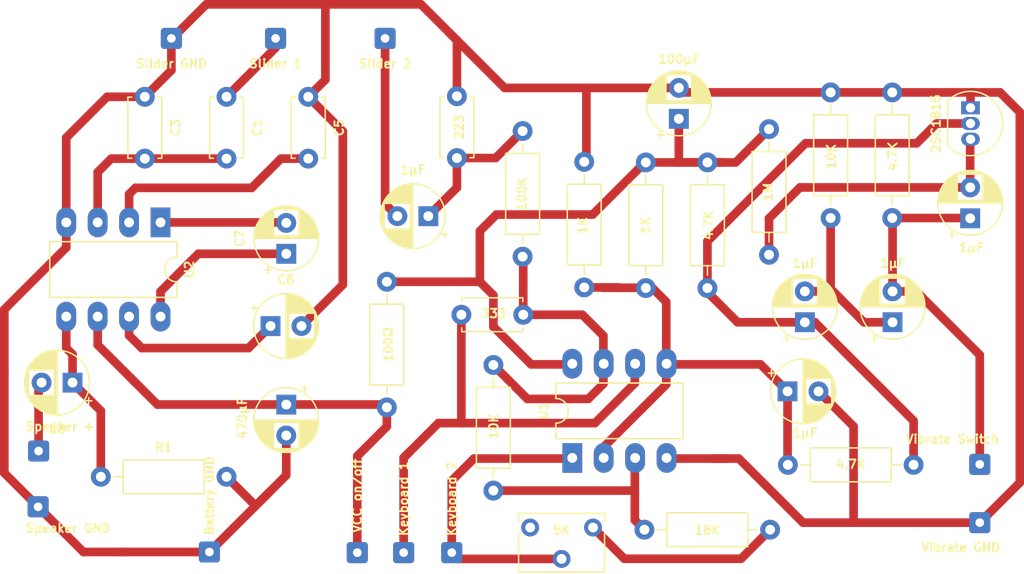
<source format=kicad_pcb>
(kicad_pcb (version 20171130) (host pcbnew "(5.1.10-1-10_14)")
  (layers (0 F.Cu signal) (31 B.Cu signal) (34 B.Paste user) (35 F.Paste user) (36 B.SilkS user) (37 F.SilkS user) (38 B.Mask user) (39 F.Mask user) (44 Edge.Cuts user))
  (net 0 "")
  (net 1 "Net-(C1-Pad2)")
  (net 2 GND)
  (net 3 VCC)
  (net 4 W)
  (net 5 O)
  (net 6 "Net-(C6-Pad1)")
  (net 7 "Net-(C7-Pad1)")
  (net 8 "Net-(C10-Pad1)")
  (net 9 G)
  (net 10 "Net-(C11-Pad1)")
  (net 11 "Net-(C13-Pad2)")
  (net 12 V)
  (net 13 Y)
  (net 14 "Net-(C14-Pad1)")
  (net 15 "Net-(C15-Pad1)")
  (net 16 "Net-(C16-Pad1)")
  (net 17 "Net-(C17-Pad1)")
  (net 18 P)
  (net 19 "Net-(R11-Pad1)")
  (net 20 "Net-(R12-Pad1)")
  (net 21 "Net-(C5-Pad2)")
  (net 22 "Net-(C7-Pad2)")
  (net 23 "Net-(C8-Pad1)")
  (module Package_DIP:DIP-8_W7.62mm_LongPads (layer F.Cu) (at 168.656 85.09 270)
    (fp_text reference U2 (at 3.81 -2.33 90) (layer F.SilkS) (effects (font (size 0.7 0.7))))
    (fp_text value LM386)
    (pad 8 thru_hole oval (at 7.62 0 270) (size 2.4 1.6) (drill 0.8) (layers *.Cu *.Mask) (net 7 "Net-(C7-Pad1)"))
    (pad 4 thru_hole oval (at 0 7.62 270) (size 2.4 1.6) (drill 0.8) (layers *.Cu *.Mask) (net 2 GND))
    (pad 7 thru_hole oval (at 7.62 2.54 270) (size 2.4 1.6) (drill 0.8) (layers *.Cu *.Mask) (net 6 "Net-(C6-Pad1)"))
    (pad 3 thru_hole oval (at 0 5.08 270) (size 2.4 1.6) (drill 0.8) (layers *.Cu *.Mask) (net 1 "Net-(C1-Pad2)"))
    (pad 6 thru_hole oval (at 7.62 5.08 270) (size 2.4 1.6) (drill 0.8) (layers *.Cu *.Mask) (net 3 VCC))
    (pad 2 thru_hole oval (at 0 2.54 270) (size 2.4 1.6) (drill 0.8) (layers *.Cu *.Mask) (net 21 "Net-(C5-Pad2)"))
    (pad 5 thru_hole oval (at 7.62 7.62 270) (size 2.4 1.6) (drill 0.8) (layers *.Cu *.Mask) (net 23 "Net-(C8-Pad1)"))
    (pad 1 thru_hole rect (at 0 0 270) (size 2.4 1.6) (drill 0.8) (layers *.Cu *.Mask) (net 22 "Net-(C7-Pad2)"))
  )
  (module Resistor_THT:R_Axial_DIN0207_L6.3mm_D2.5mm_P10.16mm_Horizontal (layer F.Cu) (at 163.83 105.664)
    (fp_text reference R1 (at 5.08 -2.37) (layer F.SilkS) (effects (font (size 0.7 0.7))))
    (fp_text value 100Ω)
    (pad 2 thru_hole oval (at 10.16 0) (size 1.6 1.6) (drill 0.8) (layers *.Cu *.Mask) (net 2 GND))
    (pad 1 thru_hole circle (at 0 0) (size 1.6 1.6) (drill 0.8) (layers *.Cu *.Mask) (net 23 "Net-(C8-Pad1)"))
  )
  (module Capacitor_THT:CP_Radial_D5.0mm_P2.50mm (layer F.Cu) (at 161.544 98.044 180)
    (fp_text reference C8 (at 1.25 -3.75) (layer F.SilkS) (effects (font (size 0.7 0.7))))
    (fp_text value 470µF)
    (pad 2 thru_hole circle (at 2.5 0 180) (size 1.6 1.6) (drill 0.8) (layers *.Cu *.Mask) (net 4 W))
    (pad 1 thru_hole rect (at 0 0 180) (size 1.6 1.6) (drill 0.8) (layers *.Cu *.Mask) (net 23 "Net-(C8-Pad1)"))
  )
  (module Capacitor_THT:CP_Radial_D5.0mm_P2.50mm (layer F.Cu) (at 178.816 87.63 90)
    (fp_text reference C7 (at 1.25 -3.75 90) (layer F.SilkS) (effects (font (size 0.7 0.7))))
    (fp_text value 10µF)
    (pad 2 thru_hole circle (at 2.5 0 90) (size 1.6 1.6) (drill 0.8) (layers *.Cu *.Mask) (net 22 "Net-(C7-Pad2)"))
    (pad 1 thru_hole rect (at 0 0 90) (size 1.6 1.6) (drill 0.8) (layers *.Cu *.Mask) (net 7 "Net-(C7-Pad1)"))
  )
  (module Capacitor_THT:CP_Radial_D5.0mm_P2.50mm (layer F.Cu) (at 177.546 93.472)
    (fp_text reference C6 (at 1.25 -3.75) (layer F.SilkS) (effects (font (size 0.7 0.7))))
    (fp_text value 10µF)
    (pad 2 thru_hole circle (at 2.5 0) (size 1.6 1.6) (drill 0.8) (layers *.Cu *.Mask) (net 2 GND))
    (pad 1 thru_hole rect (at 0 0) (size 1.6 1.6) (drill 0.8) (layers *.Cu *.Mask) (net 6 "Net-(C6-Pad1)"))
  )
  (module Capacitor_THT:C_Disc_D4.7mm_W2.5mm_P5.00mm (layer F.Cu) (at 180.594 74.93 270)
    (fp_text reference C5 (at 2.5 -2.5 90) (layer F.SilkS) (effects (font (size 0.7 0.7))))
    (fp_text value 0.27µF)
    (pad 2 thru_hole circle (at 5 0 270) (size 1.6 1.6) (drill 0.8) (layers *.Cu *.Mask) (net 21 "Net-(C5-Pad2)"))
    (pad 1 thru_hole circle (at 0 0 270) (size 1.6 1.6) (drill 0.8) (layers *.Cu *.Mask) (net 2 GND))
  )
  (module Capacitor_THT:C_Disc_D4.7mm_W2.5mm_P5.00mm (layer F.Cu) (at 167.386 74.93 270)
    (fp_text reference C3 (at 2.5 -2.5 90) (layer F.SilkS) (effects (font (size 0.7 0.7))))
    (fp_text value 47pF)
    (pad 2 thru_hole circle (at 5 0 270) (size 1.6 1.6) (drill 0.8) (layers *.Cu *.Mask) (net 1 "Net-(C1-Pad2)"))
    (pad 1 thru_hole circle (at 0 0 270) (size 1.6 1.6) (drill 0.8) (layers *.Cu *.Mask) (net 2 GND))
  )
  (module Capacitor_THT:C_Disc_D4.7mm_W2.5mm_P5.00mm (layer F.Cu) (at 173.99 74.93 270)
    (fp_text reference C1 (at 2.5 -2.5 90) (layer F.SilkS) (effects (font (size 0.7 0.7))))
    (fp_text value 0.27µF)
    (pad 2 thru_hole circle (at 5 0 270) (size 1.6 1.6) (drill 0.8) (layers *.Cu *.Mask) (net 1 "Net-(C1-Pad2)"))
    (pad 1 thru_hole circle (at 0 0 270) (size 1.6 1.6) (drill 0.8) (layers *.Cu *.Mask) (net 5 O))
  )
  (module Package_DIP:DIP-8_W7.62mm_LongPads (layer F.Cu) (at 201.93 104.14 90)
    (fp_text reference U1 (at 3.81 -2.33 90) (layer F.SilkS) (effects (font (size 0.7 0.7))))
    (fp_text value LA6458)
    (pad 8 thru_hole oval (at 7.62 0 90) (size 2.4 1.6) (drill 0.8) (layers *.Cu *.Mask) (net 8 "Net-(C10-Pad1)"))
    (pad 4 thru_hole oval (at 0 7.62 90) (size 2.4 1.6) (drill 0.8) (layers *.Cu *.Mask) (net 2 GND))
    (pad 7 thru_hole oval (at 7.62 2.54 90) (size 2.4 1.6) (drill 0.8) (layers *.Cu *.Mask) (net 14 "Net-(C14-Pad1)"))
    (pad 3 thru_hole oval (at 0 5.08 90) (size 2.4 1.6) (drill 0.8) (layers *.Cu *.Mask) (net 19 "Net-(R11-Pad1)"))
    (pad 6 thru_hole oval (at 7.62 5.08 90) (size 2.4 1.6) (drill 0.8) (layers *.Cu *.Mask) (net 13 Y))
    (pad 2 thru_hole oval (at 0 2.54 90) (size 2.4 1.6) (drill 0.8) (layers *.Cu *.Mask) (net 16 "Net-(C16-Pad1)"))
    (pad 5 thru_hole oval (at 7.62 7.62 90) (size 2.4 1.6) (drill 0.8) (layers *.Cu *.Mask) (net 16 "Net-(C16-Pad1)"))
    (pad 1 thru_hole rect (at 0 0 90) (size 2.4 1.6) (drill 0.8) (layers *.Cu *.Mask) (net 18 P))
  )
  (module Capacitor_THT:CP_Radial_D5.0mm_P2.50mm (layer F.Cu) (at 220.726 93.1672 90)
    (fp_text reference C17 hide)
    (fp_text value 1µF (at 4.7752 0 180) (layer F.SilkS) (effects (font (size 0.7 0.7))))
    (pad 2 thru_hole circle (at 2.5 0 90) (size 1.6 1.6) (drill 0.8) (layers *.Cu *.Mask) (net 15 "Net-(C15-Pad1)"))
    (pad 1 thru_hole rect (at 0 0 90) (size 1.6 1.6) (drill 0.8) (layers *.Cu *.Mask) (net 17 "Net-(C17-Pad1)"))
  )
  (module Capacitor_THT:CP_Radial_D5.0mm_P2.50mm (layer F.Cu) (at 219.329 98.7552)
    (fp_text reference C16 hide)
    (fp_text value 1µF (at 1.397 3.3528) (layer F.SilkS) (effects (font (size 0.7 0.7))))
    (pad 2 thru_hole circle (at 2.5 0) (size 1.6 1.6) (drill 0.8) (layers *.Cu *.Mask) (net 2 GND))
    (pad 1 thru_hole rect (at 0 0) (size 1.6 1.6) (drill 0.8) (layers *.Cu *.Mask) (net 16 "Net-(C16-Pad1)"))
  )
  (module Capacitor_THT:CP_Radial_D5.0mm_P2.50mm (layer F.Cu) (at 227.8126 93.1672 90)
    (fp_text reference C15 hide)
    (fp_text value 1µF (at 4.7752 0.0254 180) (layer F.SilkS) (effects (font (size 0.7 0.7))))
    (pad 2 thru_hole circle (at 2.5 0 90) (size 1.6 1.6) (drill 0.8) (layers *.Cu *.Mask) (net 12 V))
    (pad 1 thru_hole rect (at 0 0 90) (size 1.6 1.6) (drill 0.8) (layers *.Cu *.Mask) (net 15 "Net-(C15-Pad1)"))
  )
  (module Capacitor_THT:CP_Radial_D5.0mm_P2.50mm (layer F.Cu) (at 234.0864 84.7598 90)
    (fp_text reference C13 hide)
    (fp_text value 1µF (at -2.3622 0.1016 180) (layer F.SilkS) (effects (font (size 0.7 0.7))))
    (pad 2 thru_hole circle (at 2.5 0 90) (size 1.6 1.6) (drill 0.8) (layers *.Cu *.Mask) (net 11 "Net-(C13-Pad2)"))
    (pad 1 thru_hole rect (at 0 0 90) (size 1.6 1.6) (drill 0.8) (layers *.Cu *.Mask) (net 12 V))
  )
  (module Capacitor_THT:CP_Radial_D5.0mm_P2.50mm (layer F.Cu) (at 190.2968 84.582 180)
    (fp_text reference C11 hide)
    (fp_text value 1µF (at 1.25 3.75) (layer F.SilkS) (effects (font (size 0.7 0.7))))
    (pad 2 thru_hole circle (at 2.5 0 180) (size 1.6 1.6) (drill 0.8) (layers *.Cu *.Mask) (net 9 G))
    (pad 1 thru_hole rect (at 0 0 180) (size 1.6 1.6) (drill 0.8) (layers *.Cu *.Mask) (net 10 "Net-(C11-Pad1)"))
  )
  (module Capacitor_THT:CP_Radial_D5.0mm_P2.50mm (layer F.Cu) (at 210.5406 76.708 90)
    (fp_text reference C10 hide)
    (fp_text value 100µF (at 4.826 0.0254 180) (layer F.SilkS) (effects (font (size 0.7 0.7))))
    (pad 2 thru_hole circle (at 2.5 0 90) (size 1.6 1.6) (drill 0.8) (layers *.Cu *.Mask) (net 2 GND))
    (pad 1 thru_hole rect (at 0 0 90) (size 1.6 1.6) (drill 0.8) (layers *.Cu *.Mask) (net 8 "Net-(C10-Pad1)"))
  )
  (module Capacitor_THT:CP_Radial_D5.0mm_P2.50mm (layer F.Cu) (at 178.816 99.822 270)
    (fp_text reference C2 hide)
    (fp_text value 470µF (at 1.1049 3.556 90) (layer F.SilkS) (effects (font (size 0.7 0.7))))
    (pad 2 thru_hole circle (at 2.5 0 270) (size 1.6 1.6) (drill 0.8) (layers *.Cu *.Mask) (net 2 GND))
    (pad 1 thru_hole rect (at 0 0 270) (size 1.6 1.6) (drill 0.8) (layers *.Cu *.Mask) (net 3 VCC))
  )
  (module Capacitor_THT:C_Disc_D4.7mm_W2.5mm_P5.00mm (layer F.Cu) (at 197.9676 92.5576 180)
    (fp_text reference C14 hide)
    (fp_text value 333 (at 2.3876 0.1016) (layer F.SilkS) (effects (font (size 0.7 0.7))))
    (pad 2 thru_hole circle (at 5 0 180) (size 1.6 1.6) (drill 0.8) (layers *.Cu *.Mask) (net 13 Y))
    (pad 1 thru_hole circle (at 0 0 180) (size 1.6 1.6) (drill 0.8) (layers *.Cu *.Mask) (net 14 "Net-(C14-Pad1)"))
  )
  (module Capacitor_THT:C_Disc_D4.7mm_W2.5mm_P5.00mm (layer F.Cu) (at 192.6082 79.883 90)
    (fp_text reference C12 hide)
    (fp_text value 223 (at 2.5 0.1778 90) (layer F.SilkS) (effects (font (size 0.7 0.7))))
    (pad 2 thru_hole circle (at 5 0 90) (size 1.6 1.6) (drill 0.8) (layers *.Cu *.Mask) (net 2 GND))
    (pad 1 thru_hole circle (at 0 0 90) (size 1.6 1.6) (drill 0.8) (layers *.Cu *.Mask) (net 10 "Net-(C11-Pad1)"))
  )
  (module Potentiometer_THT:Potentiometer_Bourns_3266W_Vertical (layer F.Cu) (at 203.6064 109.7661)
    (fp_text reference R13 hide)
    (fp_text value 5K (at -2.54 0.2159) (layer F.SilkS) (effects (font (size 0.7 0.7))))
    (pad 3 thru_hole circle (at -5.08 0) (size 1.44 1.44) (drill 0.8) (layers *.Cu *.Mask))
    (pad 2 thru_hole circle (at -2.54 2.54) (size 1.44 1.44) (drill 0.8) (layers *.Cu *.Mask) (net 18 P))
    (pad 1 thru_hole circle (at 0 0) (size 1.44 1.44) (drill 0.8) (layers *.Cu *.Mask) (net 20 "Net-(R12-Pad1)"))
  )
  (module Resistor_THT:R_Axial_DIN0207_L6.3mm_D2.5mm_P10.16mm_Horizontal (layer F.Cu) (at 217.9193 109.9439 180)
    (fp_text reference R12 hide)
    (fp_text value 18K (at 5.0673 -0.0381) (layer F.SilkS) (effects (font (size 0.7 0.7))))
    (pad 2 thru_hole oval (at 10.16 0 180) (size 1.6 1.6) (drill 0.8) (layers *.Cu *.Mask) (net 19 "Net-(R11-Pad1)"))
    (pad 1 thru_hole circle (at 0 0 180) (size 1.6 1.6) (drill 0.8) (layers *.Cu *.Mask) (net 20 "Net-(R12-Pad1)"))
  )
  (module Resistor_THT:R_Axial_DIN0207_L6.3mm_D2.5mm_P10.16mm_Horizontal (layer F.Cu) (at 195.5546 106.7816 90)
    (fp_text reference R11 hide)
    (fp_text value 10K (at 5.1816 0.0254 90) (layer F.SilkS) (effects (font (size 0.7 0.7))))
    (pad 2 thru_hole oval (at 10.16 0 90) (size 1.6 1.6) (drill 0.8) (layers *.Cu *.Mask) (net 14 "Net-(C14-Pad1)"))
    (pad 1 thru_hole circle (at 0 0 90) (size 1.6 1.6) (drill 0.8) (layers *.Cu *.Mask) (net 19 "Net-(R11-Pad1)"))
  )
  (module Resistor_THT:R_Axial_DIN0207_L6.3mm_D2.5mm_P10.16mm_Horizontal (layer F.Cu) (at 229.5144 104.6988 180)
    (fp_text reference R10 hide)
    (fp_text value 4.7K (at 5.08 0.0508) (layer F.SilkS) (effects (font (size 0.7 0.7))))
    (pad 2 thru_hole oval (at 10.16 0 180) (size 1.6 1.6) (drill 0.8) (layers *.Cu *.Mask) (net 16 "Net-(C16-Pad1)"))
    (pad 1 thru_hole circle (at 0 0 180) (size 1.6 1.6) (drill 0.8) (layers *.Cu *.Mask) (net 17 "Net-(C17-Pad1)"))
  )
  (module Resistor_THT:R_Axial_DIN0207_L6.3mm_D2.5mm_P10.16mm_Horizontal (layer F.Cu) (at 222.8088 84.7344 90)
    (fp_text reference R9 hide)
    (fp_text value 10K (at 4.9784 0.0508 90) (layer F.SilkS) (effects (font (size 0.7 0.7))))
    (pad 2 thru_hole oval (at 10.16 0 90) (size 1.6 1.6) (drill 0.8) (layers *.Cu *.Mask) (net 2 GND))
    (pad 1 thru_hole circle (at 0 0 90) (size 1.6 1.6) (drill 0.8) (layers *.Cu *.Mask) (net 15 "Net-(C15-Pad1)"))
  )
  (module Resistor_THT:R_Axial_DIN0207_L6.3mm_D2.5mm_P10.16mm_Horizontal (layer F.Cu) (at 202.8952 80.1878 270)
    (fp_text reference R8 hide)
    (fp_text value 1K (at 5.1562 0.127 90) (layer F.SilkS) (effects (font (size 0.7 0.7))))
    (pad 2 thru_hole oval (at 10.16 0 270) (size 1.6 1.6) (drill 0.8) (layers *.Cu *.Mask) (net 16 "Net-(C16-Pad1)"))
    (pad 1 thru_hole circle (at 0 0 270) (size 1.6 1.6) (drill 0.8) (layers *.Cu *.Mask) (net 2 GND))
  )
  (module Resistor_THT:R_Axial_DIN0207_L6.3mm_D2.5mm_P10.16mm_Horizontal (layer F.Cu) (at 227.7872 84.7344 90)
    (fp_text reference R7 hide)
    (fp_text value 4.7K (at 4.9784 0.0508 90) (layer F.SilkS) (effects (font (size 0.7 0.7))))
    (pad 2 thru_hole oval (at 10.16 0 90) (size 1.6 1.6) (drill 0.8) (layers *.Cu *.Mask) (net 2 GND))
    (pad 1 thru_hole circle (at 0 0 90) (size 1.6 1.6) (drill 0.8) (layers *.Cu *.Mask) (net 12 V))
  )
  (module Resistor_THT:R_Axial_DIN0207_L6.3mm_D2.5mm_P10.16mm_Horizontal (layer F.Cu) (at 207.8736 90.3986 90)
    (fp_text reference R6 hide)
    (fp_text value 1K (at 5.08 -0.0254 90) (layer F.SilkS) (effects (font (size 0.7 0.7))))
    (pad 2 thru_hole oval (at 10.16 0 90) (size 1.6 1.6) (drill 0.8) (layers *.Cu *.Mask) (net 8 "Net-(C10-Pad1)"))
    (pad 1 thru_hole circle (at 0 0 90) (size 1.6 1.6) (drill 0.8) (layers *.Cu *.Mask) (net 16 "Net-(C16-Pad1)"))
  )
  (module Resistor_THT:R_Axial_DIN0207_L6.3mm_D2.5mm_P10.16mm_Horizontal (layer F.Cu) (at 197.9168 77.6986 270)
    (fp_text reference R5 hide)
    (fp_text value 100K (at 5.08 0.0508 90) (layer F.SilkS) (effects (font (size 0.7 0.7))))
    (pad 2 thru_hole oval (at 10.16 0 270) (size 1.6 1.6) (drill 0.8) (layers *.Cu *.Mask) (net 14 "Net-(C14-Pad1)"))
    (pad 1 thru_hole circle (at 0 0 270) (size 1.6 1.6) (drill 0.8) (layers *.Cu *.Mask) (net 10 "Net-(C11-Pad1)"))
  )
  (module Resistor_THT:R_Axial_DIN0207_L6.3mm_D2.5mm_P10.16mm_Horizontal (layer F.Cu) (at 217.8304 87.7062 90)
    (fp_text reference R4 hide)
    (fp_text value 1M (at 5.08 -0.0762 90) (layer F.SilkS) (effects (font (size 0.7 0.7))))
    (pad 2 thru_hole oval (at 10.16 0 90) (size 1.6 1.6) (drill 0.8) (layers *.Cu *.Mask) (net 8 "Net-(C10-Pad1)"))
    (pad 1 thru_hole circle (at 0 0 90) (size 1.6 1.6) (drill 0.8) (layers *.Cu *.Mask) (net 11 "Net-(C13-Pad2)"))
  )
  (module Resistor_THT:R_Axial_DIN0207_L6.3mm_D2.5mm_P10.16mm_Horizontal (layer F.Cu) (at 212.852 90.3986 90)
    (fp_text reference R3 hide)
    (fp_text value 4.7K (at 5.08 0.0762 90) (layer F.SilkS) (effects (font (size 0.7 0.7))))
    (pad 2 thru_hole oval (at 10.16 0 90) (size 1.6 1.6) (drill 0.8) (layers *.Cu *.Mask) (net 8 "Net-(C10-Pad1)"))
    (pad 1 thru_hole circle (at 0 0 90) (size 1.6 1.6) (drill 0.8) (layers *.Cu *.Mask) (net 17 "Net-(C17-Pad1)"))
  )
  (module Resistor_THT:R_Axial_DIN0207_L6.3mm_D2.5mm_P10.16mm_Horizontal (layer F.Cu) (at 186.944 89.8906 270)
    (fp_text reference R2 hide)
    (fp_text value 100Ω (at 5.08 -0.127 90) (layer F.SilkS) (effects (font (size 0.7 0.7))))
    (pad 2 thru_hole oval (at 10.16 0 270) (size 1.6 1.6) (drill 0.8) (layers *.Cu *.Mask) (net 3 VCC))
    (pad 1 thru_hole circle (at 0 0 270) (size 1.6 1.6) (drill 0.8) (layers *.Cu *.Mask) (net 8 "Net-(C10-Pad1)"))
  )
  (module Package_TO_SOT_THT:TO-92_Inline (layer F.Cu) (at 234.1118 75.819 270)
    (fp_text reference Q1 hide)
    (fp_text value 2SC1815 (at 1.27 2.79 90) (layer F.SilkS) (effects (font (size 0.7 0.7))))
    (pad 1 thru_hole rect (at 0 0 270) (size 1.05 1.5) (drill 0.75) (layers *.Cu *.Mask) (net 2 GND))
    (pad 3 thru_hole oval (at 2.54 0 270) (size 1.05 1.5) (drill 0.75) (layers *.Cu *.Mask) (net 11 "Net-(C13-Pad2)"))
    (pad 2 thru_hole oval (at 1.27 0 270) (size 1.05 1.5) (drill 0.75) (layers *.Cu *.Mask) (net 17 "Net-(C17-Pad1)"))
  )
  (module Connector_Wire:SolderWire-0.15sqmm_1x01_D0.5mm_OD1.5mm (layer F.Cu) (at 234.8611 104.6607)
    (fp_text reference J11 hide)
    (fp_text value "Vibrate Switch" (at -2.1971 -2.0447) (layer F.SilkS) (effects (font (size 0.7 0.7))))
    (pad 1 thru_hole roundrect (at 0 0) (size 1.7 1.7) (drill 0.7) (layers *.Cu *.Mask) (roundrect_rratio 0.147059) (net 12 V))
  )
  (module Connector_Wire:SolderWire-0.15sqmm_1x01_D0.5mm_OD1.5mm (layer F.Cu) (at 192.1891 111.7981)
    (fp_text reference J10 hide)
    (fp_text value "Keyboard 2" (at 0 -4.3561 90) (layer F.SilkS) (effects (font (size 0.7 0.7))))
    (pad 1 thru_hole roundrect (at 0 0) (size 1.7 1.7) (drill 0.7) (layers *.Cu *.Mask) (roundrect_rratio 0.147059) (net 18 P))
  )
  (module Connector_Wire:SolderWire-0.15sqmm_1x01_D0.5mm_OD1.5mm (layer F.Cu) (at 188.3029 111.7981)
    (fp_text reference J9 hide)
    (fp_text value "Keyboard 1" (at 0 -4.3561 90) (layer F.SilkS) (effects (font (size 0.7 0.7))))
    (pad 1 thru_hole roundrect (at 0 0) (size 1.7 1.7) (drill 0.7) (layers *.Cu *.Mask) (roundrect_rratio 0.147059) (net 13 Y))
  )
  (module Connector_Wire:SolderWire-0.15sqmm_1x01_D0.5mm_OD1.5mm (layer F.Cu) (at 186.8043 70.2056)
    (fp_text reference J8 hide)
    (fp_text value "Slider 2" (at 0 2.05) (layer F.SilkS) (effects (font (size 0.7 0.7))))
    (pad 1 thru_hole roundrect (at 0 0) (size 1.7 1.7) (drill 0.7) (layers *.Cu *.Mask) (roundrect_rratio 0.147059) (net 9 G))
  )
  (module Connector_Wire:SolderWire-0.15sqmm_1x01_D0.5mm_OD1.5mm (layer F.Cu) (at 177.9524 70.2056)
    (fp_text reference J7 hide)
    (fp_text value "Slider 1" (at 0 2.05) (layer F.SilkS) (effects (font (size 0.7 0.7))))
    (pad 1 thru_hole roundrect (at 0 0) (size 1.7 1.7) (drill 0.7) (layers *.Cu *.Mask) (roundrect_rratio 0.147059) (net 5 O))
  )
  (module Connector_Wire:SolderWire-0.15sqmm_1x01_D0.5mm_OD1.5mm (layer F.Cu) (at 158.8008 103.5812)
    (fp_text reference J6 hide)
    (fp_text value "Speaker +" (at 1.7526 -1.9812) (layer F.SilkS) (effects (font (size 0.7 0.7))))
    (pad 1 thru_hole roundrect (at 0 0) (size 1.7 1.7) (drill 0.7) (layers *.Cu *.Mask) (roundrect_rratio 0.147059) (net 4 W))
  )
  (module Connector_Wire:SolderWire-0.15sqmm_1x01_D0.5mm_OD1.5mm (layer F.Cu) (at 184.5564 111.7981)
    (fp_text reference J5 hide)
    (fp_text value "VCC on/off" (at 0 -4.6101 90) (layer F.SilkS) (effects (font (size 0.7 0.7))))
    (pad 1 thru_hole roundrect (at 0 0) (size 1.7 1.7) (drill 0.7) (layers *.Cu *.Mask) (roundrect_rratio 0.147059) (net 3 VCC))
  )
  (module Connector_Wire:SolderWire-0.15sqmm_1x01_D0.5mm_OD1.5mm (layer F.Cu) (at 234.8611 109.3724)
    (fp_text reference J4 hide)
    (fp_text value "Vibrate GND" (at -1.5367 2.0066) (layer F.SilkS) (effects (font (size 0.7 0.7))))
    (pad 1 thru_hole roundrect (at 0 0) (size 1.7 1.7) (drill 0.7) (layers *.Cu *.Mask) (roundrect_rratio 0.147059) (net 2 GND))
  )
  (module Connector_Wire:SolderWire-0.15sqmm_1x01_D0.5mm_OD1.5mm (layer F.Cu) (at 169.5323 70.2056)
    (fp_text reference J3 hide)
    (fp_text value "Slider GND" (at 0 2.05) (layer F.SilkS) (effects (font (size 0.7 0.7))))
    (pad 1 thru_hole roundrect (at 0 0) (size 1.7 1.7) (drill 0.7) (layers *.Cu *.Mask) (roundrect_rratio 0.147059) (net 2 GND))
  )
  (module Connector_Wire:SolderWire-0.15sqmm_1x01_D0.5mm_OD1.5mm (layer F.Cu) (at 158.7627 108.0897)
    (fp_text reference J2 hide)
    (fp_text value "Speaker GND" (at 2.4257 1.7399) (layer F.SilkS) (effects (font (size 0.7 0.7))))
    (pad 1 thru_hole roundrect (at 0 0) (size 1.7 1.7) (drill 0.7) (layers *.Cu *.Mask) (roundrect_rratio 0.147059) (net 2 GND))
  )
  (module Connector_Wire:SolderWire-0.15sqmm_1x01_D0.5mm_OD1.5mm (layer F.Cu) (at 172.6057 111.7473)
    (fp_text reference J1 hide)
    (fp_text value "Battery GND" (at 0 -4.5593 90) (layer F.SilkS) (effects (font (size 0.7 0.7))))
    (pad 1 thru_hole roundrect (at 0 0) (size 1.7 1.7) (drill 0.7) (layers *.Cu *.Mask) (roundrect_rratio 0.147059) (net 2 GND))
  )
  (segment (start 173.99 79.93) (end 164.672 79.93) (width 0.7) (layer F.Cu) (net 1))
  (segment (start 163.576 81.026) (end 163.576 85.09) (width 0.7) (layer F.Cu) (net 1))
  (segment (start 164.672 79.93) (end 163.576 81.026) (width 0.7) (layer F.Cu) (net 1))
  (segment (start 238.0996 106.1339) (end 234.8611 109.3724) (width 0.7) (layer F.Cu) (net 2))
  (segment (start 182.7784 67.4497) (end 189.6999 67.4497) (width 0.7) (layer F.Cu) (net 2))
  (segment (start 192.6082 74.883) (end 192.6082 70.358) (width 0.7) (layer F.Cu) (net 2))
  (segment (start 236.4994 74.5744) (end 238.0996 76.1746) (width 0.7) (layer F.Cu) (net 2))
  (segment (start 238.0996 76.1746) (end 238.0996 106.1339) (width 0.7) (layer F.Cu) (net 2))
  (segment (start 234.1118 74.7395) (end 234.2769 74.5744) (width 0.7) (layer F.Cu) (net 2))
  (segment (start 234.1118 75.819) (end 234.1118 74.7395) (width 0.7) (layer F.Cu) (net 2))
  (segment (start 234.2769 74.5744) (end 236.4994 74.5744) (width 0.7) (layer F.Cu) (net 2))
  (segment (start 227.7872 74.5744) (end 234.2769 74.5744) (width 0.7) (layer F.Cu) (net 2))
  (segment (start 227.7872 74.5744) (end 222.7072 74.5744) (width 0.7) (layer F.Cu) (net 2))
  (segment (start 210.907 74.5744) (end 210.5406 74.208) (width 0.7) (layer F.Cu) (net 2))
  (segment (start 222.7072 74.5744) (end 210.907 74.5744) (width 0.7) (layer F.Cu) (net 2))
  (segment (start 196.4582 74.208) (end 192.0494 69.7992) (width 0.7) (layer F.Cu) (net 2))
  (segment (start 192.0494 69.7992) (end 192.6082 70.358) (width 0.7) (layer F.Cu) (net 2))
  (segment (start 189.6999 67.4497) (end 192.0494 69.7992) (width 0.7) (layer F.Cu) (net 2))
  (segment (start 203.073 74.3966) (end 202.8844 74.208) (width 0.7) (layer F.Cu) (net 2))
  (segment (start 203.073 80.1878) (end 203.073 74.3966) (width 0.7) (layer F.Cu) (net 2))
  (segment (start 202.8844 74.208) (end 196.4582 74.208) (width 0.7) (layer F.Cu) (net 2))
  (segment (start 210.5406 74.208) (end 202.8844 74.208) (width 0.7) (layer F.Cu) (net 2))
  (segment (start 156.0322 105.3592) (end 158.7627 108.0897) (width 0.7) (layer F.Cu) (net 2))
  (segment (start 162.4203 111.7473) (end 158.7627 108.0897) (width 0.7) (layer F.Cu) (net 2))
  (segment (start 215.392 104.1908) (end 213.3854 104.1908) (width 0.7) (layer F.Cu) (net 2))
  (segment (start 213.3854 104.1908) (end 214.4014 104.1908) (width 0.7) (layer F.Cu) (net 2))
  (segment (start 220.5736 109.3724) (end 215.392 104.1908) (width 0.7) (layer F.Cu) (net 2))
  (segment (start 209.5246 104.1908) (end 213.3854 104.1908) (width 0.7) (layer F.Cu) (net 2))
  (segment (start 221.829 98.7552) (end 224.663 101.5892) (width 0.7) (layer F.Cu) (net 2))
  (segment (start 224.663 109.2454) (end 224.536 109.3724) (width 0.7) (layer F.Cu) (net 2))
  (segment (start 224.663 101.5892) (end 224.663 109.2454) (width 0.7) (layer F.Cu) (net 2))
  (segment (start 224.536 109.3724) (end 220.5736 109.3724) (width 0.7) (layer F.Cu) (net 2))
  (segment (start 234.8611 109.3724) (end 224.536 109.3724) (width 0.7) (layer F.Cu) (net 2))
  (segment (start 172.6057 111.7473) (end 165.8493 111.7473) (width 0.7) (layer F.Cu) (net 2))
  (segment (start 165.3667 111.7473) (end 162.4203 111.7473) (width 0.7) (layer F.Cu) (net 2))
  (segment (start 165.8493 111.7473) (end 165.3667 111.7473) (width 0.7) (layer F.Cu) (net 2))
  (segment (start 181.9783 73.5457) (end 180.594 74.93) (width 0.7) (layer F.Cu) (net 2))
  (segment (start 181.9783 67.4497) (end 181.9783 73.5457) (width 0.7) (layer F.Cu) (net 2))
  (segment (start 181.4957 67.4497) (end 181.9783 67.4497) (width 0.7) (layer F.Cu) (net 2))
  (segment (start 181.9783 67.4497) (end 182.7784 67.4497) (width 0.7) (layer F.Cu) (net 2))
  (segment (start 169.5323 72.7837) (end 167.386 74.93) (width 0.7) (layer F.Cu) (net 2))
  (segment (start 169.5323 70.2056) (end 169.5323 72.7837) (width 0.7) (layer F.Cu) (net 2))
  (segment (start 178.816 105.537) (end 176.5935 107.7595) (width 0.7) (layer F.Cu) (net 2))
  (segment (start 177.4209 106.9321) (end 176.5935 107.7595) (width 0.7) (layer F.Cu) (net 2))
  (segment (start 156.0322 96.9518) (end 156.0322 92.1258) (width 0.7) (layer F.Cu) (net 2))
  (segment (start 156.0322 96.9518) (end 156.0322 105.3592) (width 0.7) (layer F.Cu) (net 2))
  (segment (start 161.036 87.122) (end 161.036 85.09) (width 0.7) (layer F.Cu) (net 2))
  (segment (start 156.0322 92.1258) (end 161.036 87.122) (width 0.7) (layer F.Cu) (net 2))
  (segment (start 161.036 85.09) (end 161.036 78.232) (width 0.7) (layer F.Cu) (net 2))
  (segment (start 164.338 74.93) (end 167.386 74.93) (width 0.7) (layer F.Cu) (net 2))
  (segment (start 161.036 78.232) (end 164.338 74.93) (width 0.7) (layer F.Cu) (net 2))
  (segment (start 169.5958 70.2056) (end 172.3517 67.4497) (width 0.7) (layer F.Cu) (net 2))
  (segment (start 169.5323 70.2056) (end 169.5958 70.2056) (width 0.7) (layer F.Cu) (net 2))
  (segment (start 172.3517 67.4497) (end 181.4957 67.4497) (width 0.7) (layer F.Cu) (net 2))
  (segment (start 173.99 105.664) (end 176.3395 108.0135) (width 0.7) (layer F.Cu) (net 2))
  (segment (start 176.3395 108.0135) (end 172.6057 111.7473) (width 0.7) (layer F.Cu) (net 2))
  (segment (start 176.5935 107.7595) (end 176.3395 108.0135) (width 0.7) (layer F.Cu) (net 2))
  (segment (start 183.388 90.13) (end 180.046 93.472) (width 0.7) (layer F.Cu) (net 2))
  (segment (start 183.388 77.724) (end 183.388 90.13) (width 0.7) (layer F.Cu) (net 2))
  (segment (start 180.594 74.93) (end 183.388 77.724) (width 0.7) (layer F.Cu) (net 2))
  (segment (start 178.816 102.322) (end 178.816 105.537) (width 0.7) (layer F.Cu) (net 2))
  (segment (start 184.5564 111.7981) (end 184.5564 103.9876) (width 0.7) (layer F.Cu) (net 3))
  (segment (start 186.944 101.6) (end 186.944 100.0506) (width 0.7) (layer F.Cu) (net 3))
  (segment (start 184.5564 103.9876) (end 186.944 101.6) (width 0.7) (layer F.Cu) (net 3))
  (segment (start 163.576 92.71) (end 163.576 94.996) (width 0.7) (layer F.Cu) (net 3))
  (segment (start 168.402 99.822) (end 166.243 97.663) (width 0.7) (layer F.Cu) (net 3))
  (segment (start 178.816 99.822) (end 168.402 99.822) (width 0.7) (layer F.Cu) (net 3))
  (segment (start 166.243 97.663) (end 166.624 98.044) (width 0.7) (layer F.Cu) (net 3))
  (segment (start 163.576 94.996) (end 166.243 97.663) (width 0.7) (layer F.Cu) (net 3))
  (segment (start 186.7154 99.822) (end 186.944 100.0506) (width 0.7) (layer F.Cu) (net 3))
  (segment (start 178.816 99.822) (end 186.7154 99.822) (width 0.7) (layer F.Cu) (net 3))
  (segment (start 158.8008 98.2872) (end 159.044 98.044) (width 0.7) (layer F.Cu) (net 4))
  (segment (start 158.8008 103.5812) (end 158.8008 98.2872) (width 0.7) (layer F.Cu) (net 4))
  (segment (start 177.9524 70.9676) (end 173.99 74.93) (width 0.7) (layer F.Cu) (net 5))
  (segment (start 177.9524 70.2056) (end 177.9524 70.9676) (width 0.7) (layer F.Cu) (net 5))
  (segment (start 175.768 95.25) (end 177.546 93.472) (width 0.7) (layer F.Cu) (net 6))
  (segment (start 167.132 95.25) (end 175.768 95.25) (width 0.7) (layer F.Cu) (net 6))
  (segment (start 166.116 94.234) (end 167.132 95.25) (width 0.7) (layer F.Cu) (net 6))
  (segment (start 166.116 92.71) (end 166.116 94.234) (width 0.7) (layer F.Cu) (net 6))
  (segment (start 168.656 92.71) (end 168.656 90.678) (width 0.7) (layer F.Cu) (net 7))
  (segment (start 171.704 87.63) (end 171.069 88.265) (width 0.7) (layer F.Cu) (net 7))
  (segment (start 178.816 87.63) (end 171.704 87.63) (width 0.7) (layer F.Cu) (net 7))
  (segment (start 171.069 88.265) (end 171.196 88.138) (width 0.7) (layer F.Cu) (net 7))
  (segment (start 168.656 90.678) (end 171.069 88.265) (width 0.7) (layer F.Cu) (net 7))
  (segment (start 195.5546 93.5228) (end 195.5546 90.9828) (width 0.7) (layer F.Cu) (net 8))
  (segment (start 198.6026 96.5708) (end 195.5546 93.5228) (width 0.7) (layer F.Cu) (net 8))
  (segment (start 201.9046 96.5708) (end 198.6026 96.5708) (width 0.7) (layer F.Cu) (net 8))
  (segment (start 194.4624 89.8906) (end 195.5546 90.9828) (width 0.7) (layer F.Cu) (net 8))
  (segment (start 210.5406 80.2386) (end 212.5218 80.2386) (width 0.7) (layer F.Cu) (net 8))
  (segment (start 210.5406 76.708) (end 210.5406 80.2386) (width 0.7) (layer F.Cu) (net 8))
  (segment (start 212.5218 80.2386) (end 214.0458 80.2386) (width 0.7) (layer F.Cu) (net 8))
  (segment (start 195.7959 84.455) (end 203.581 84.455) (width 0.7) (layer F.Cu) (net 8))
  (segment (start 203.581 84.455) (end 207.7974 80.2386) (width 0.7) (layer F.Cu) (net 8))
  (segment (start 194.4624 85.7885) (end 195.7959 84.455) (width 0.7) (layer F.Cu) (net 8))
  (segment (start 194.4624 89.8906) (end 194.4624 85.7885) (width 0.7) (layer F.Cu) (net 8))
  (segment (start 207.7974 80.2386) (end 212.5218 80.2386) (width 0.7) (layer F.Cu) (net 8))
  (segment (start 186.944 89.8906) (end 194.4624 89.8906) (width 0.7) (layer F.Cu) (net 8))
  (segment (start 215.138 80.2386) (end 217.8304 77.5462) (width 0.7) (layer F.Cu) (net 8))
  (segment (start 212.852 80.2386) (end 215.138 80.2386) (width 0.7) (layer F.Cu) (net 8))
  (segment (start 186.8043 83.5895) (end 187.7968 84.582) (width 0.7) (layer F.Cu) (net 9))
  (segment (start 186.8043 70.2056) (end 186.8043 83.5895) (width 0.7) (layer F.Cu) (net 9))
  (segment (start 195.7324 79.883) (end 197.9168 77.6986) (width 0.7) (layer F.Cu) (net 10))
  (segment (start 192.6082 79.883) (end 195.7324 79.883) (width 0.7) (layer F.Cu) (net 10))
  (segment (start 192.6082 82.2706) (end 190.2968 84.582) (width 0.7) (layer F.Cu) (net 10))
  (segment (start 192.6082 79.883) (end 192.6082 82.2706) (width 0.7) (layer F.Cu) (net 10))
  (segment (start 234.0864 82.2598) (end 220.3304 82.2598) (width 0.7) (layer F.Cu) (net 11))
  (segment (start 234.0864 78.3844) (end 234.1118 78.359) (width 0.7) (layer F.Cu) (net 11))
  (segment (start 234.0864 82.2598) (end 234.0864 78.3844) (width 0.7) (layer F.Cu) (net 11))
  (segment (start 217.8304 84.7598) (end 220.3304 82.2598) (width 0.7) (layer F.Cu) (net 11))
  (segment (start 217.8304 87.7062) (end 217.8304 84.7598) (width 0.7) (layer F.Cu) (net 11))
  (segment (start 227.8126 84.7598) (end 227.7872 84.7344) (width 0.7) (layer F.Cu) (net 12))
  (segment (start 227.8126 90.6672) (end 227.8126 84.7598) (width 0.7) (layer F.Cu) (net 12))
  (segment (start 234.061 84.7344) (end 234.0864 84.7598) (width 0.7) (layer F.Cu) (net 12))
  (segment (start 227.7872 84.7344) (end 234.061 84.7344) (width 0.7) (layer F.Cu) (net 12))
  (segment (start 227.8126 90.6672) (end 229.7195 90.6672) (width 0.7) (layer F.Cu) (net 12))
  (segment (start 234.8611 95.8088) (end 234.8611 104.6607) (width 0.7) (layer F.Cu) (net 12))
  (segment (start 229.7195 90.6672) (end 234.8611 95.8088) (width 0.7) (layer F.Cu) (net 12))
  (segment (start 206.9846 96.5708) (end 206.9846 98.0948) (width 0.7) (layer F.Cu) (net 13))
  (segment (start 206.9846 98.0948) (end 203.7588 101.3206) (width 0.7) (layer F.Cu) (net 13))
  (segment (start 192.9676 101.2228) (end 193.0654 101.3206) (width 0.7) (layer F.Cu) (net 13))
  (segment (start 192.9676 92.5576) (end 192.9676 101.2228) (width 0.7) (layer F.Cu) (net 13))
  (segment (start 193.0654 101.3206) (end 191.1096 101.3206) (width 0.7) (layer F.Cu) (net 13))
  (segment (start 203.7588 101.3206) (end 193.0654 101.3206) (width 0.7) (layer F.Cu) (net 13))
  (segment (start 188.3029 104.1273) (end 188.88075 103.54945) (width 0.7) (layer F.Cu) (net 13))
  (segment (start 188.3029 111.7981) (end 188.3029 104.1273) (width 0.7) (layer F.Cu) (net 13))
  (segment (start 188.88075 103.54945) (end 188.3664 104.0638) (width 0.7) (layer F.Cu) (net 13))
  (segment (start 191.1096 101.3206) (end 188.88075 103.54945) (width 0.7) (layer F.Cu) (net 13))
  (segment (start 204.4446 96.5708) (end 204.4446 98.1456) (width 0.7) (layer F.Cu) (net 14))
  (segment (start 204.4446 98.1456) (end 203.2254 99.3648) (width 0.7) (layer F.Cu) (net 14))
  (segment (start 198.2978 99.3648) (end 195.5546 96.6216) (width 0.7) (layer F.Cu) (net 14))
  (segment (start 203.2254 99.3648) (end 198.2978 99.3648) (width 0.7) (layer F.Cu) (net 14))
  (segment (start 197.9676 92.5576) (end 202.7428 92.5576) (width 0.7) (layer F.Cu) (net 14))
  (segment (start 204.4446 94.2594) (end 204.4446 96.5708) (width 0.7) (layer F.Cu) (net 14))
  (segment (start 202.7428 92.5576) (end 204.4446 94.2594) (width 0.7) (layer F.Cu) (net 14))
  (segment (start 197.9676 87.9094) (end 197.9168 87.8586) (width 0.7) (layer F.Cu) (net 14))
  (segment (start 197.9676 92.5576) (end 197.9676 87.9094) (width 0.7) (layer F.Cu) (net 14))
  (segment (start 222.8088 84.7344) (end 222.8088 90.4748) (width 0.7) (layer F.Cu) (net 15))
  (segment (start 225.5012 93.1672) (end 227.8126 93.1672) (width 0.7) (layer F.Cu) (net 15))
  (segment (start 222.6164 90.6672) (end 222.8088 90.4748) (width 0.7) (layer F.Cu) (net 15))
  (segment (start 220.726 90.6672) (end 222.6164 90.6672) (width 0.7) (layer F.Cu) (net 15))
  (segment (start 223.647 91.313) (end 225.5012 93.1672) (width 0.7) (layer F.Cu) (net 15))
  (segment (start 223.0012 90.6672) (end 223.647 91.313) (width 0.7) (layer F.Cu) (net 15))
  (segment (start 220.726 90.6672) (end 223.0012 90.6672) (width 0.7) (layer F.Cu) (net 15))
  (segment (start 222.8088 90.4748) (end 223.647 91.313) (width 0.7) (layer F.Cu) (net 15))
  (segment (start 204.4446 104.1908) (end 204.4446 103.2764) (width 0.7) (layer F.Cu) (net 16))
  (segment (start 209.5246 98.1964) (end 209.5246 96.5708) (width 0.7) (layer F.Cu) (net 16))
  (segment (start 208.3816 90.3732) (end 208.407 90.3986) (width 0.7) (layer F.Cu) (net 16))
  (segment (start 209.5246 91.5162) (end 208.407 90.3986) (width 0.7) (layer F.Cu) (net 16))
  (segment (start 209.5246 96.5708) (end 209.5246 91.5162) (width 0.7) (layer F.Cu) (net 16))
  (segment (start 204.4446 103.2764) (end 209.5246 98.1964) (width 0.7) (layer F.Cu) (net 16))
  (segment (start 217.1446 96.5708) (end 219.329 98.7552) (width 0.7) (layer F.Cu) (net 16))
  (segment (start 209.5246 96.5708) (end 217.1446 96.5708) (width 0.7) (layer F.Cu) (net 16))
  (segment (start 219.329 104.6734) (end 219.3544 104.6988) (width 0.7) (layer F.Cu) (net 16))
  (segment (start 219.329 98.7552) (end 219.329 104.6734) (width 0.7) (layer F.Cu) (net 16))
  (segment (start 205.6638 90.3478) (end 205.6892 90.3732) (width 0.7) (layer F.Cu) (net 16))
  (segment (start 203.073 90.3478) (end 205.6638 90.3478) (width 0.7) (layer F.Cu) (net 16))
  (segment (start 205.6892 90.3732) (end 208.3816 90.3732) (width 0.7) (layer F.Cu) (net 16))
  (segment (start 204.3176 90.3732) (end 205.6892 90.3732) (width 0.7) (layer F.Cu) (net 16))
  (segment (start 215.2904 93.1672) (end 212.5218 90.3986) (width 0.7) (layer F.Cu) (net 17))
  (segment (start 220.726 93.1672) (end 215.2904 93.1672) (width 0.7) (layer F.Cu) (net 17))
  (segment (start 234.1118 77.089) (end 231.3686 77.089) (width 0.7) (layer F.Cu) (net 17))
  (segment (start 231.3686 77.089) (end 229.7684 78.6892) (width 0.7) (layer F.Cu) (net 17))
  (segment (start 220.726 93.1672) (end 221.5388 93.1672) (width 0.7) (layer F.Cu) (net 17))
  (segment (start 229.5144 101.1428) (end 229.5144 104.6988) (width 0.7) (layer F.Cu) (net 17))
  (segment (start 221.5388 93.1672) (end 229.5144 101.1428) (width 0.7) (layer F.Cu) (net 17))
  (segment (start 212.852 90.3986) (end 212.852 86.614) (width 0.7) (layer F.Cu) (net 17))
  (segment (start 212.852 86.614) (end 220.7768 78.6892) (width 0.7) (layer F.Cu) (net 17))
  (segment (start 229.7684 78.6892) (end 220.7768 78.6892) (width 0.7) (layer F.Cu) (net 17))
  (segment (start 201.9046 104.1908) (end 193.9798 104.1908) (width 0.7) (layer F.Cu) (net 18))
  (segment (start 192.1891 105.9815) (end 192.1891 111.7981) (width 0.7) (layer F.Cu) (net 18))
  (segment (start 193.9798 104.1908) (end 192.1891 105.9815) (width 0.7) (layer F.Cu) (net 18))
  (segment (start 192.6971 112.3061) (end 192.1891 111.7981) (width 0.7) (layer F.Cu) (net 18))
  (segment (start 201.0664 112.3061) (end 192.6971 112.3061) (width 0.7) (layer F.Cu) (net 18))
  (segment (start 206.9846 109.1692) (end 207.7593 109.9439) (width 0.7) (layer F.Cu) (net 19))
  (segment (start 195.5546 106.7816) (end 206.8703 106.7816) (width 0.7) (layer F.Cu) (net 19))
  (segment (start 206.9846 106.8959) (end 206.9846 109.1692) (width 0.7) (layer F.Cu) (net 19))
  (segment (start 206.8703 106.7816) (end 206.9846 106.8959) (width 0.7) (layer F.Cu) (net 19))
  (segment (start 206.9846 104.1908) (end 206.9846 106.8959) (width 0.7) (layer F.Cu) (net 19))
  (segment (start 203.6064 109.7661) (end 206.1337 112.2934) (width 0.7) (layer F.Cu) (net 20))
  (segment (start 215.5698 112.2934) (end 217.9193 109.9439) (width 0.7) (layer F.Cu) (net 20))
  (segment (start 206.1337 112.2934) (end 215.5698 112.2934) (width 0.7) (layer F.Cu) (net 20))
  (segment (start 166.116 82.804) (end 166.116 85.09) (width 0.7) (layer F.Cu) (net 21))
  (segment (start 166.624 82.296) (end 166.116 82.804) (width 0.7) (layer F.Cu) (net 21))
  (segment (start 176.022 82.296) (end 166.624 82.296) (width 0.7) (layer F.Cu) (net 21))
  (segment (start 178.388 79.93) (end 176.022 82.296) (width 0.7) (layer F.Cu) (net 21))
  (segment (start 180.594 79.93) (end 178.388 79.93) (width 0.7) (layer F.Cu) (net 21))
  (segment (start 178.776 85.09) (end 178.816 85.13) (width 0.7) (layer F.Cu) (net 22))
  (segment (start 168.656 85.09) (end 178.776 85.09) (width 0.7) (layer F.Cu) (net 22))
  (segment (start 161.036 92.71) (end 161.036 95.25) (width 0.7) (layer F.Cu) (net 23))
  (segment (start 161.544 95.758) (end 161.544 98.044) (width 0.7) (layer F.Cu) (net 23))
  (segment (start 161.036 95.25) (end 161.544 95.758) (width 0.7) (layer F.Cu) (net 23))
  (segment (start 163.83 100.33) (end 161.544 98.044) (width 0.7) (layer F.Cu) (net 23))
  (segment (start 163.83 105.664) (end 163.83 100.33) (width 0.7) (layer F.Cu) (net 23))
)
</source>
